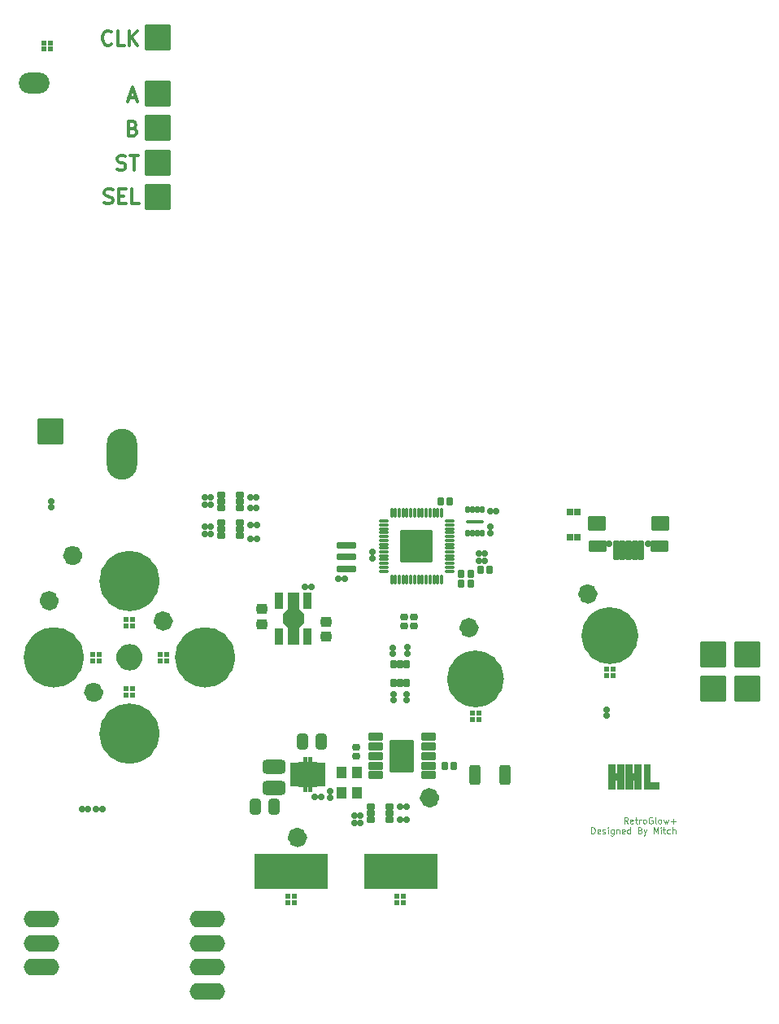
<source format=gbr>
%TF.GenerationSoftware,KiCad,Pcbnew,7.0.6*%
%TF.CreationDate,2024-04-04T16:42:56-07:00*%
%TF.ProjectId,retroglowplus_gbc,72657472-6f67-46c6-9f77-706c75735f67,rev?*%
%TF.SameCoordinates,Original*%
%TF.FileFunction,Soldermask,Top*%
%TF.FilePolarity,Negative*%
%FSLAX46Y46*%
G04 Gerber Fmt 4.6, Leading zero omitted, Abs format (unit mm)*
G04 Created by KiCad (PCBNEW 7.0.6) date 2024-04-04 16:42:56*
%MOMM*%
%LPD*%
G01*
G04 APERTURE LIST*
G04 Aperture macros list*
%AMRoundRect*
0 Rectangle with rounded corners*
0 $1 Rounding radius*
0 $2 $3 $4 $5 $6 $7 $8 $9 X,Y pos of 4 corners*
0 Add a 4 corners polygon primitive as box body*
4,1,4,$2,$3,$4,$5,$6,$7,$8,$9,$2,$3,0*
0 Add four circle primitives for the rounded corners*
1,1,$1+$1,$2,$3*
1,1,$1+$1,$4,$5*
1,1,$1+$1,$6,$7*
1,1,$1+$1,$8,$9*
0 Add four rect primitives between the rounded corners*
20,1,$1+$1,$2,$3,$4,$5,0*
20,1,$1+$1,$4,$5,$6,$7,0*
20,1,$1+$1,$6,$7,$8,$9,0*
20,1,$1+$1,$8,$9,$2,$3,0*%
%AMFreePoly0*
4,1,33,0.458779,1.080902,0.470711,1.070711,0.941422,0.600000,2.600000,0.600000,2.658779,0.580902,2.695106,0.530902,2.700000,0.500000,2.700000,-0.500000,2.680902,-0.558779,2.630902,-0.595106,2.600000,-0.600000,0.941422,-0.600000,0.470711,-1.070711,0.415643,-1.098769,0.400000,-1.100000,-0.400000,-1.100000,-0.458779,-1.080902,-0.470711,-1.070711,-0.941422,-0.600000,-2.600000,-0.600000,
-2.658779,-0.580902,-2.695106,-0.530902,-2.700000,-0.500000,-2.700000,0.500000,-2.680902,0.558779,-2.630902,0.595106,-2.600000,0.600000,-0.941422,0.600000,-0.470711,1.070711,-0.415643,1.098769,-0.400000,1.100000,0.400000,1.100000,0.458779,1.080902,0.458779,1.080902,$1*%
G04 Aperture macros list end*
%ADD10C,1.022946*%
%ADD11C,0.200000*%
%ADD12C,0.300000*%
%ADD13C,0.100000*%
%ADD14C,3.150000*%
%ADD15C,2.956253*%
%ADD16C,0.010000*%
%ADD17C,0.025000*%
%ADD18RoundRect,0.240000X-0.170000X0.140000X-0.170000X-0.140000X0.170000X-0.140000X0.170000X0.140000X0*%
%ADD19O,3.700000X1.750000*%
%ADD20RoundRect,0.240000X0.140000X0.170000X-0.140000X0.170000X-0.140000X-0.170000X0.140000X-0.170000X0*%
%ADD21RoundRect,0.200000X0.130000X0.100000X-0.130000X0.100000X-0.130000X-0.100000X0.130000X-0.100000X0*%
%ADD22RoundRect,0.200000X-0.130000X-0.100000X0.130000X-0.100000X0.130000X0.100000X-0.130000X0.100000X0*%
%ADD23RoundRect,0.240000X-0.140000X-0.170000X0.140000X-0.170000X0.140000X0.170000X-0.140000X0.170000X0*%
%ADD24RoundRect,0.100000X0.325000X0.200000X-0.325000X0.200000X-0.325000X-0.200000X0.325000X-0.200000X0*%
%ADD25RoundRect,0.100000X-1.250000X1.250000X-1.250000X-1.250000X1.250000X-1.250000X1.250000X1.250000X0*%
%ADD26RoundRect,0.100000X-0.650000X-0.300000X0.650000X-0.300000X0.650000X0.300000X-0.650000X0.300000X0*%
%ADD27RoundRect,0.100000X-1.150000X-1.600000X1.150000X-1.600000X1.150000X1.600000X-1.150000X1.600000X0*%
%ADD28C,0.700000*%
%ADD29RoundRect,0.102000X0.200000X0.925000X-0.200000X0.925000X-0.200000X-0.925000X0.200000X-0.925000X0*%
%ADD30RoundRect,0.102000X0.812500X0.450000X-0.812500X0.450000X-0.812500X-0.450000X0.812500X-0.450000X0*%
%ADD31RoundRect,0.102000X0.845000X0.650000X-0.845000X0.650000X-0.845000X-0.650000X0.845000X-0.650000X0*%
%ADD32RoundRect,0.200000X0.100000X-0.130000X0.100000X0.130000X-0.100000X0.130000X-0.100000X-0.130000X0*%
%ADD33O,3.200000X2.200000*%
%ADD34RoundRect,0.100000X-1.250000X-1.250000X1.250000X-1.250000X1.250000X1.250000X-1.250000X1.250000X0*%
%ADD35RoundRect,0.350000X-0.275000X-0.700000X0.275000X-0.700000X0.275000X0.700000X-0.275000X0.700000X0*%
%ADD36RoundRect,0.200000X-0.100000X0.130000X-0.100000X-0.130000X0.100000X-0.130000X0.100000X0.130000X0*%
%ADD37RoundRect,0.100000X-0.150000X0.200000X-0.150000X-0.200000X0.150000X-0.200000X0.150000X0.200000X0*%
%ADD38RoundRect,0.100000X-0.800000X0.100000X-0.800000X-0.100000X0.800000X-0.100000X0.800000X0.100000X0*%
%ADD39RoundRect,0.100000X-0.185000X-0.185000X0.185000X-0.185000X0.185000X0.185000X-0.185000X0.185000X0*%
%ADD40RoundRect,0.100000X-0.950000X0.200000X-0.950000X-0.200000X0.950000X-0.200000X0.950000X0.200000X0*%
%ADD41RoundRect,0.350000X-0.250000X-0.475000X0.250000X-0.475000X0.250000X0.475000X-0.250000X0.475000X0*%
%ADD42O,3.200000X5.300000*%
%ADD43RoundRect,0.350000X0.250000X0.475000X-0.250000X0.475000X-0.250000X-0.475000X0.250000X-0.475000X0*%
%ADD44RoundRect,0.325000X0.250000X-0.225000X0.250000X0.225000X-0.250000X0.225000X-0.250000X-0.225000X0*%
%ADD45RoundRect,0.100000X-0.350000X0.750000X-0.350000X-0.750000X0.350000X-0.750000X0.350000X0.750000X0*%
%ADD46FreePoly0,270.000000*%
%ADD47RoundRect,0.325000X-0.250000X0.225000X-0.250000X-0.225000X0.250000X-0.225000X0.250000X0.225000X0*%
%ADD48RoundRect,0.100000X-0.200000X0.325000X-0.200000X-0.325000X0.200000X-0.325000X0.200000X0.325000X0*%
%ADD49RoundRect,0.100000X-0.250000X-0.275000X0.250000X-0.275000X0.250000X0.275000X-0.250000X0.275000X0*%
%ADD50RoundRect,0.100000X0.250000X0.275000X-0.250000X0.275000X-0.250000X-0.275000X0.250000X-0.275000X0*%
%ADD51RoundRect,0.100000X0.450000X-0.500000X0.450000X0.500000X-0.450000X0.500000X-0.450000X-0.500000X0*%
%ADD52RoundRect,0.150000X-0.050000X0.387500X-0.050000X-0.387500X0.050000X-0.387500X0.050000X0.387500X0*%
%ADD53RoundRect,0.150000X-0.387500X0.050000X-0.387500X-0.050000X0.387500X-0.050000X0.387500X0.050000X0*%
%ADD54RoundRect,0.100000X-1.600000X1.600000X-1.600000X-1.600000X1.600000X-1.600000X1.600000X1.600000X0*%
%ADD55RoundRect,0.350000X0.850000X-0.375000X0.850000X0.375000X-0.850000X0.375000X-0.850000X-0.375000X0*%
G04 APERTURE END LIST*
D10*
X210150421Y-121419369D02*
G75*
G03*
X210150421Y-121419369I-511473J0D01*
G01*
X222020509Y-123525544D02*
G75*
G03*
X222020509Y-123525544I-511473J0D01*
G01*
X235993544Y-146041107D02*
G75*
G03*
X235993544Y-146041107I-511473J0D01*
G01*
X266238261Y-120708386D02*
G75*
G03*
X266238261Y-120708386I-511473J0D01*
G01*
X253866029Y-124224638D02*
G75*
G03*
X253866029Y-124224638I-511473J0D01*
G01*
D11*
X218220008Y-126042850D02*
X218435672Y-126100637D01*
X218638025Y-126194996D01*
X218820918Y-126323059D01*
X218978795Y-126480936D01*
X219106858Y-126663830D01*
X219201217Y-126866182D01*
X219259004Y-127081846D01*
X219278463Y-127304268D01*
X219259004Y-127526690D01*
X219201217Y-127742354D01*
X219106858Y-127944707D01*
X218978795Y-128127600D01*
X218820918Y-128285477D01*
X218638025Y-128413540D01*
X218435672Y-128507899D01*
X218220008Y-128565686D01*
X217997586Y-128585145D01*
X217775164Y-128565686D01*
X217559500Y-128507899D01*
X217357147Y-128413540D01*
X217174254Y-128285477D01*
X217016377Y-128127600D01*
X216888314Y-127944707D01*
X216793955Y-127742354D01*
X216736168Y-127526690D01*
X216716709Y-127304268D01*
X216736168Y-127081846D01*
X216793955Y-126866182D01*
X216888314Y-126663830D01*
X217016377Y-126480936D01*
X217174254Y-126323059D01*
X217357148Y-126194996D01*
X217559500Y-126100637D01*
X217775164Y-126042850D01*
X217997586Y-126023391D01*
X218220008Y-126042850D01*
G36*
X218220008Y-126042850D02*
G01*
X218435672Y-126100637D01*
X218638025Y-126194996D01*
X218820918Y-126323059D01*
X218978795Y-126480936D01*
X219106858Y-126663830D01*
X219201217Y-126866182D01*
X219259004Y-127081846D01*
X219278463Y-127304268D01*
X219259004Y-127526690D01*
X219201217Y-127742354D01*
X219106858Y-127944707D01*
X218978795Y-128127600D01*
X218820918Y-128285477D01*
X218638025Y-128413540D01*
X218435672Y-128507899D01*
X218220008Y-128565686D01*
X217997586Y-128585145D01*
X217775164Y-128565686D01*
X217559500Y-128507899D01*
X217357147Y-128413540D01*
X217174254Y-128285477D01*
X217016377Y-128127600D01*
X216888314Y-127944707D01*
X216793955Y-127742354D01*
X216736168Y-127526690D01*
X216716709Y-127304268D01*
X216736168Y-127081846D01*
X216793955Y-126866182D01*
X216888314Y-126663830D01*
X217016377Y-126480936D01*
X217174254Y-126323059D01*
X217357148Y-126194996D01*
X217559500Y-126100637D01*
X217775164Y-126042850D01*
X217997586Y-126023391D01*
X218220008Y-126042850D01*
G37*
D10*
X212593726Y-116715094D02*
G75*
G03*
X212593726Y-116715094I-511473J0D01*
G01*
X214778600Y-130942607D02*
G75*
G03*
X214778600Y-130942607I-511473J0D01*
G01*
X249749143Y-141912784D02*
G75*
G03*
X249749143Y-141912784I-511473J0D01*
G01*
D12*
X218402310Y-72294114D02*
X218616596Y-72365542D01*
X218616596Y-72365542D02*
X218688025Y-72436971D01*
X218688025Y-72436971D02*
X218759453Y-72579828D01*
X218759453Y-72579828D02*
X218759453Y-72794114D01*
X218759453Y-72794114D02*
X218688025Y-72936971D01*
X218688025Y-72936971D02*
X218616596Y-73008400D01*
X218616596Y-73008400D02*
X218473739Y-73079828D01*
X218473739Y-73079828D02*
X217902310Y-73079828D01*
X217902310Y-73079828D02*
X217902310Y-71579828D01*
X217902310Y-71579828D02*
X218402310Y-71579828D01*
X218402310Y-71579828D02*
X218545168Y-71651257D01*
X218545168Y-71651257D02*
X218616596Y-71722685D01*
X218616596Y-71722685D02*
X218688025Y-71865542D01*
X218688025Y-71865542D02*
X218688025Y-72008400D01*
X218688025Y-72008400D02*
X218616596Y-72151257D01*
X218616596Y-72151257D02*
X218545168Y-72222685D01*
X218545168Y-72222685D02*
X218402310Y-72294114D01*
X218402310Y-72294114D02*
X217902310Y-72294114D01*
X217932482Y-69069857D02*
X218646768Y-69069857D01*
X217789625Y-69498428D02*
X218289625Y-67998428D01*
X218289625Y-67998428D02*
X218789625Y-69498428D01*
X215392482Y-80044200D02*
X215606768Y-80115628D01*
X215606768Y-80115628D02*
X215963910Y-80115628D01*
X215963910Y-80115628D02*
X216106768Y-80044200D01*
X216106768Y-80044200D02*
X216178196Y-79972771D01*
X216178196Y-79972771D02*
X216249625Y-79829914D01*
X216249625Y-79829914D02*
X216249625Y-79687057D01*
X216249625Y-79687057D02*
X216178196Y-79544200D01*
X216178196Y-79544200D02*
X216106768Y-79472771D01*
X216106768Y-79472771D02*
X215963910Y-79401342D01*
X215963910Y-79401342D02*
X215678196Y-79329914D01*
X215678196Y-79329914D02*
X215535339Y-79258485D01*
X215535339Y-79258485D02*
X215463910Y-79187057D01*
X215463910Y-79187057D02*
X215392482Y-79044200D01*
X215392482Y-79044200D02*
X215392482Y-78901342D01*
X215392482Y-78901342D02*
X215463910Y-78758485D01*
X215463910Y-78758485D02*
X215535339Y-78687057D01*
X215535339Y-78687057D02*
X215678196Y-78615628D01*
X215678196Y-78615628D02*
X216035339Y-78615628D01*
X216035339Y-78615628D02*
X216249625Y-78687057D01*
X216892481Y-79329914D02*
X217392481Y-79329914D01*
X217606767Y-80115628D02*
X216892481Y-80115628D01*
X216892481Y-80115628D02*
X216892481Y-78615628D01*
X216892481Y-78615628D02*
X217606767Y-78615628D01*
X218963910Y-80115628D02*
X218249624Y-80115628D01*
X218249624Y-80115628D02*
X218249624Y-78615628D01*
D13*
X269897068Y-144588752D02*
X269680401Y-144279228D01*
X269525639Y-144588752D02*
X269525639Y-143938752D01*
X269525639Y-143938752D02*
X269773258Y-143938752D01*
X269773258Y-143938752D02*
X269835163Y-143969704D01*
X269835163Y-143969704D02*
X269866116Y-144000657D01*
X269866116Y-144000657D02*
X269897068Y-144062561D01*
X269897068Y-144062561D02*
X269897068Y-144155419D01*
X269897068Y-144155419D02*
X269866116Y-144217323D01*
X269866116Y-144217323D02*
X269835163Y-144248276D01*
X269835163Y-144248276D02*
X269773258Y-144279228D01*
X269773258Y-144279228D02*
X269525639Y-144279228D01*
X270423258Y-144557800D02*
X270361354Y-144588752D01*
X270361354Y-144588752D02*
X270237544Y-144588752D01*
X270237544Y-144588752D02*
X270175639Y-144557800D01*
X270175639Y-144557800D02*
X270144687Y-144495895D01*
X270144687Y-144495895D02*
X270144687Y-144248276D01*
X270144687Y-144248276D02*
X270175639Y-144186371D01*
X270175639Y-144186371D02*
X270237544Y-144155419D01*
X270237544Y-144155419D02*
X270361354Y-144155419D01*
X270361354Y-144155419D02*
X270423258Y-144186371D01*
X270423258Y-144186371D02*
X270454211Y-144248276D01*
X270454211Y-144248276D02*
X270454211Y-144310180D01*
X270454211Y-144310180D02*
X270144687Y-144372085D01*
X270639925Y-144155419D02*
X270887544Y-144155419D01*
X270732782Y-143938752D02*
X270732782Y-144495895D01*
X270732782Y-144495895D02*
X270763735Y-144557800D01*
X270763735Y-144557800D02*
X270825640Y-144588752D01*
X270825640Y-144588752D02*
X270887544Y-144588752D01*
X271104211Y-144588752D02*
X271104211Y-144155419D01*
X271104211Y-144279228D02*
X271135164Y-144217323D01*
X271135164Y-144217323D02*
X271166116Y-144186371D01*
X271166116Y-144186371D02*
X271228021Y-144155419D01*
X271228021Y-144155419D02*
X271289926Y-144155419D01*
X271599450Y-144588752D02*
X271537545Y-144557800D01*
X271537545Y-144557800D02*
X271506592Y-144526847D01*
X271506592Y-144526847D02*
X271475640Y-144464942D01*
X271475640Y-144464942D02*
X271475640Y-144279228D01*
X271475640Y-144279228D02*
X271506592Y-144217323D01*
X271506592Y-144217323D02*
X271537545Y-144186371D01*
X271537545Y-144186371D02*
X271599450Y-144155419D01*
X271599450Y-144155419D02*
X271692307Y-144155419D01*
X271692307Y-144155419D02*
X271754211Y-144186371D01*
X271754211Y-144186371D02*
X271785164Y-144217323D01*
X271785164Y-144217323D02*
X271816116Y-144279228D01*
X271816116Y-144279228D02*
X271816116Y-144464942D01*
X271816116Y-144464942D02*
X271785164Y-144526847D01*
X271785164Y-144526847D02*
X271754211Y-144557800D01*
X271754211Y-144557800D02*
X271692307Y-144588752D01*
X271692307Y-144588752D02*
X271599450Y-144588752D01*
X272435164Y-143969704D02*
X272373259Y-143938752D01*
X272373259Y-143938752D02*
X272280402Y-143938752D01*
X272280402Y-143938752D02*
X272187545Y-143969704D01*
X272187545Y-143969704D02*
X272125640Y-144031609D01*
X272125640Y-144031609D02*
X272094687Y-144093514D01*
X272094687Y-144093514D02*
X272063735Y-144217323D01*
X272063735Y-144217323D02*
X272063735Y-144310180D01*
X272063735Y-144310180D02*
X272094687Y-144433990D01*
X272094687Y-144433990D02*
X272125640Y-144495895D01*
X272125640Y-144495895D02*
X272187545Y-144557800D01*
X272187545Y-144557800D02*
X272280402Y-144588752D01*
X272280402Y-144588752D02*
X272342306Y-144588752D01*
X272342306Y-144588752D02*
X272435164Y-144557800D01*
X272435164Y-144557800D02*
X272466116Y-144526847D01*
X272466116Y-144526847D02*
X272466116Y-144310180D01*
X272466116Y-144310180D02*
X272342306Y-144310180D01*
X272837545Y-144588752D02*
X272775640Y-144557800D01*
X272775640Y-144557800D02*
X272744687Y-144495895D01*
X272744687Y-144495895D02*
X272744687Y-143938752D01*
X273178021Y-144588752D02*
X273116116Y-144557800D01*
X273116116Y-144557800D02*
X273085163Y-144526847D01*
X273085163Y-144526847D02*
X273054211Y-144464942D01*
X273054211Y-144464942D02*
X273054211Y-144279228D01*
X273054211Y-144279228D02*
X273085163Y-144217323D01*
X273085163Y-144217323D02*
X273116116Y-144186371D01*
X273116116Y-144186371D02*
X273178021Y-144155419D01*
X273178021Y-144155419D02*
X273270878Y-144155419D01*
X273270878Y-144155419D02*
X273332782Y-144186371D01*
X273332782Y-144186371D02*
X273363735Y-144217323D01*
X273363735Y-144217323D02*
X273394687Y-144279228D01*
X273394687Y-144279228D02*
X273394687Y-144464942D01*
X273394687Y-144464942D02*
X273363735Y-144526847D01*
X273363735Y-144526847D02*
X273332782Y-144557800D01*
X273332782Y-144557800D02*
X273270878Y-144588752D01*
X273270878Y-144588752D02*
X273178021Y-144588752D01*
X273611354Y-144155419D02*
X273735163Y-144588752D01*
X273735163Y-144588752D02*
X273858973Y-144279228D01*
X273858973Y-144279228D02*
X273982782Y-144588752D01*
X273982782Y-144588752D02*
X274106592Y-144155419D01*
X274354210Y-144341133D02*
X274849449Y-144341133D01*
X274601829Y-144588752D02*
X274601829Y-144093514D01*
X266089925Y-145635252D02*
X266089925Y-144985252D01*
X266089925Y-144985252D02*
X266244687Y-144985252D01*
X266244687Y-144985252D02*
X266337544Y-145016204D01*
X266337544Y-145016204D02*
X266399449Y-145078109D01*
X266399449Y-145078109D02*
X266430402Y-145140014D01*
X266430402Y-145140014D02*
X266461354Y-145263823D01*
X266461354Y-145263823D02*
X266461354Y-145356680D01*
X266461354Y-145356680D02*
X266430402Y-145480490D01*
X266430402Y-145480490D02*
X266399449Y-145542395D01*
X266399449Y-145542395D02*
X266337544Y-145604300D01*
X266337544Y-145604300D02*
X266244687Y-145635252D01*
X266244687Y-145635252D02*
X266089925Y-145635252D01*
X266987544Y-145604300D02*
X266925640Y-145635252D01*
X266925640Y-145635252D02*
X266801830Y-145635252D01*
X266801830Y-145635252D02*
X266739925Y-145604300D01*
X266739925Y-145604300D02*
X266708973Y-145542395D01*
X266708973Y-145542395D02*
X266708973Y-145294776D01*
X266708973Y-145294776D02*
X266739925Y-145232871D01*
X266739925Y-145232871D02*
X266801830Y-145201919D01*
X266801830Y-145201919D02*
X266925640Y-145201919D01*
X266925640Y-145201919D02*
X266987544Y-145232871D01*
X266987544Y-145232871D02*
X267018497Y-145294776D01*
X267018497Y-145294776D02*
X267018497Y-145356680D01*
X267018497Y-145356680D02*
X266708973Y-145418585D01*
X267266116Y-145604300D02*
X267328021Y-145635252D01*
X267328021Y-145635252D02*
X267451830Y-145635252D01*
X267451830Y-145635252D02*
X267513735Y-145604300D01*
X267513735Y-145604300D02*
X267544687Y-145542395D01*
X267544687Y-145542395D02*
X267544687Y-145511442D01*
X267544687Y-145511442D02*
X267513735Y-145449538D01*
X267513735Y-145449538D02*
X267451830Y-145418585D01*
X267451830Y-145418585D02*
X267358973Y-145418585D01*
X267358973Y-145418585D02*
X267297068Y-145387633D01*
X267297068Y-145387633D02*
X267266116Y-145325728D01*
X267266116Y-145325728D02*
X267266116Y-145294776D01*
X267266116Y-145294776D02*
X267297068Y-145232871D01*
X267297068Y-145232871D02*
X267358973Y-145201919D01*
X267358973Y-145201919D02*
X267451830Y-145201919D01*
X267451830Y-145201919D02*
X267513735Y-145232871D01*
X267823258Y-145635252D02*
X267823258Y-145201919D01*
X267823258Y-144985252D02*
X267792306Y-145016204D01*
X267792306Y-145016204D02*
X267823258Y-145047157D01*
X267823258Y-145047157D02*
X267854211Y-145016204D01*
X267854211Y-145016204D02*
X267823258Y-144985252D01*
X267823258Y-144985252D02*
X267823258Y-145047157D01*
X268411354Y-145201919D02*
X268411354Y-145728109D01*
X268411354Y-145728109D02*
X268380401Y-145790014D01*
X268380401Y-145790014D02*
X268349449Y-145820966D01*
X268349449Y-145820966D02*
X268287544Y-145851919D01*
X268287544Y-145851919D02*
X268194687Y-145851919D01*
X268194687Y-145851919D02*
X268132782Y-145820966D01*
X268411354Y-145604300D02*
X268349449Y-145635252D01*
X268349449Y-145635252D02*
X268225640Y-145635252D01*
X268225640Y-145635252D02*
X268163735Y-145604300D01*
X268163735Y-145604300D02*
X268132782Y-145573347D01*
X268132782Y-145573347D02*
X268101830Y-145511442D01*
X268101830Y-145511442D02*
X268101830Y-145325728D01*
X268101830Y-145325728D02*
X268132782Y-145263823D01*
X268132782Y-145263823D02*
X268163735Y-145232871D01*
X268163735Y-145232871D02*
X268225640Y-145201919D01*
X268225640Y-145201919D02*
X268349449Y-145201919D01*
X268349449Y-145201919D02*
X268411354Y-145232871D01*
X268720877Y-145201919D02*
X268720877Y-145635252D01*
X268720877Y-145263823D02*
X268751830Y-145232871D01*
X268751830Y-145232871D02*
X268813735Y-145201919D01*
X268813735Y-145201919D02*
X268906592Y-145201919D01*
X268906592Y-145201919D02*
X268968496Y-145232871D01*
X268968496Y-145232871D02*
X268999449Y-145294776D01*
X268999449Y-145294776D02*
X268999449Y-145635252D01*
X269556591Y-145604300D02*
X269494687Y-145635252D01*
X269494687Y-145635252D02*
X269370877Y-145635252D01*
X269370877Y-145635252D02*
X269308972Y-145604300D01*
X269308972Y-145604300D02*
X269278020Y-145542395D01*
X269278020Y-145542395D02*
X269278020Y-145294776D01*
X269278020Y-145294776D02*
X269308972Y-145232871D01*
X269308972Y-145232871D02*
X269370877Y-145201919D01*
X269370877Y-145201919D02*
X269494687Y-145201919D01*
X269494687Y-145201919D02*
X269556591Y-145232871D01*
X269556591Y-145232871D02*
X269587544Y-145294776D01*
X269587544Y-145294776D02*
X269587544Y-145356680D01*
X269587544Y-145356680D02*
X269278020Y-145418585D01*
X270144687Y-145635252D02*
X270144687Y-144985252D01*
X270144687Y-145604300D02*
X270082782Y-145635252D01*
X270082782Y-145635252D02*
X269958973Y-145635252D01*
X269958973Y-145635252D02*
X269897068Y-145604300D01*
X269897068Y-145604300D02*
X269866115Y-145573347D01*
X269866115Y-145573347D02*
X269835163Y-145511442D01*
X269835163Y-145511442D02*
X269835163Y-145325728D01*
X269835163Y-145325728D02*
X269866115Y-145263823D01*
X269866115Y-145263823D02*
X269897068Y-145232871D01*
X269897068Y-145232871D02*
X269958973Y-145201919D01*
X269958973Y-145201919D02*
X270082782Y-145201919D01*
X270082782Y-145201919D02*
X270144687Y-145232871D01*
X271166115Y-145294776D02*
X271258972Y-145325728D01*
X271258972Y-145325728D02*
X271289925Y-145356680D01*
X271289925Y-145356680D02*
X271320877Y-145418585D01*
X271320877Y-145418585D02*
X271320877Y-145511442D01*
X271320877Y-145511442D02*
X271289925Y-145573347D01*
X271289925Y-145573347D02*
X271258972Y-145604300D01*
X271258972Y-145604300D02*
X271197067Y-145635252D01*
X271197067Y-145635252D02*
X270949448Y-145635252D01*
X270949448Y-145635252D02*
X270949448Y-144985252D01*
X270949448Y-144985252D02*
X271166115Y-144985252D01*
X271166115Y-144985252D02*
X271228020Y-145016204D01*
X271228020Y-145016204D02*
X271258972Y-145047157D01*
X271258972Y-145047157D02*
X271289925Y-145109061D01*
X271289925Y-145109061D02*
X271289925Y-145170966D01*
X271289925Y-145170966D02*
X271258972Y-145232871D01*
X271258972Y-145232871D02*
X271228020Y-145263823D01*
X271228020Y-145263823D02*
X271166115Y-145294776D01*
X271166115Y-145294776D02*
X270949448Y-145294776D01*
X271537544Y-145201919D02*
X271692306Y-145635252D01*
X271847067Y-145201919D02*
X271692306Y-145635252D01*
X271692306Y-145635252D02*
X271630401Y-145790014D01*
X271630401Y-145790014D02*
X271599448Y-145820966D01*
X271599448Y-145820966D02*
X271537544Y-145851919D01*
X272589924Y-145635252D02*
X272589924Y-144985252D01*
X272589924Y-144985252D02*
X272806591Y-145449538D01*
X272806591Y-145449538D02*
X273023258Y-144985252D01*
X273023258Y-144985252D02*
X273023258Y-145635252D01*
X273332781Y-145635252D02*
X273332781Y-145201919D01*
X273332781Y-144985252D02*
X273301829Y-145016204D01*
X273301829Y-145016204D02*
X273332781Y-145047157D01*
X273332781Y-145047157D02*
X273363734Y-145016204D01*
X273363734Y-145016204D02*
X273332781Y-144985252D01*
X273332781Y-144985252D02*
X273332781Y-145047157D01*
X273549448Y-145201919D02*
X273797067Y-145201919D01*
X273642305Y-144985252D02*
X273642305Y-145542395D01*
X273642305Y-145542395D02*
X273673258Y-145604300D01*
X273673258Y-145604300D02*
X273735163Y-145635252D01*
X273735163Y-145635252D02*
X273797067Y-145635252D01*
X274292306Y-145604300D02*
X274230401Y-145635252D01*
X274230401Y-145635252D02*
X274106592Y-145635252D01*
X274106592Y-145635252D02*
X274044687Y-145604300D01*
X274044687Y-145604300D02*
X274013734Y-145573347D01*
X274013734Y-145573347D02*
X273982782Y-145511442D01*
X273982782Y-145511442D02*
X273982782Y-145325728D01*
X273982782Y-145325728D02*
X274013734Y-145263823D01*
X274013734Y-145263823D02*
X274044687Y-145232871D01*
X274044687Y-145232871D02*
X274106592Y-145201919D01*
X274106592Y-145201919D02*
X274230401Y-145201919D01*
X274230401Y-145201919D02*
X274292306Y-145232871D01*
X274570877Y-145635252D02*
X274570877Y-144985252D01*
X274849449Y-145635252D02*
X274849449Y-145294776D01*
X274849449Y-145294776D02*
X274818496Y-145232871D01*
X274818496Y-145232871D02*
X274756592Y-145201919D01*
X274756592Y-145201919D02*
X274663735Y-145201919D01*
X274663735Y-145201919D02*
X274601830Y-145232871D01*
X274601830Y-145232871D02*
X274570877Y-145263823D01*
D12*
X216117853Y-63488171D02*
X216046425Y-63559600D01*
X216046425Y-63559600D02*
X215832139Y-63631028D01*
X215832139Y-63631028D02*
X215689282Y-63631028D01*
X215689282Y-63631028D02*
X215474996Y-63559600D01*
X215474996Y-63559600D02*
X215332139Y-63416742D01*
X215332139Y-63416742D02*
X215260710Y-63273885D01*
X215260710Y-63273885D02*
X215189282Y-62988171D01*
X215189282Y-62988171D02*
X215189282Y-62773885D01*
X215189282Y-62773885D02*
X215260710Y-62488171D01*
X215260710Y-62488171D02*
X215332139Y-62345314D01*
X215332139Y-62345314D02*
X215474996Y-62202457D01*
X215474996Y-62202457D02*
X215689282Y-62131028D01*
X215689282Y-62131028D02*
X215832139Y-62131028D01*
X215832139Y-62131028D02*
X216046425Y-62202457D01*
X216046425Y-62202457D02*
X216117853Y-62273885D01*
X217474996Y-63631028D02*
X216760710Y-63631028D01*
X216760710Y-63631028D02*
X216760710Y-62131028D01*
X217974996Y-63631028D02*
X217974996Y-62131028D01*
X218832139Y-63631028D02*
X218189282Y-62773885D01*
X218832139Y-62131028D02*
X217974996Y-62988171D01*
X216738682Y-76539000D02*
X216952968Y-76610428D01*
X216952968Y-76610428D02*
X217310110Y-76610428D01*
X217310110Y-76610428D02*
X217452968Y-76539000D01*
X217452968Y-76539000D02*
X217524396Y-76467571D01*
X217524396Y-76467571D02*
X217595825Y-76324714D01*
X217595825Y-76324714D02*
X217595825Y-76181857D01*
X217595825Y-76181857D02*
X217524396Y-76039000D01*
X217524396Y-76039000D02*
X217452968Y-75967571D01*
X217452968Y-75967571D02*
X217310110Y-75896142D01*
X217310110Y-75896142D02*
X217024396Y-75824714D01*
X217024396Y-75824714D02*
X216881539Y-75753285D01*
X216881539Y-75753285D02*
X216810110Y-75681857D01*
X216810110Y-75681857D02*
X216738682Y-75539000D01*
X216738682Y-75539000D02*
X216738682Y-75396142D01*
X216738682Y-75396142D02*
X216810110Y-75253285D01*
X216810110Y-75253285D02*
X216881539Y-75181857D01*
X216881539Y-75181857D02*
X217024396Y-75110428D01*
X217024396Y-75110428D02*
X217381539Y-75110428D01*
X217381539Y-75110428D02*
X217595825Y-75181857D01*
X218024396Y-75110428D02*
X218881539Y-75110428D01*
X218452967Y-76610428D02*
X218452967Y-75110428D01*
%TO.C,SWSTART1*%
D13*
X249993400Y-151314900D02*
X242424200Y-151314900D01*
X242424200Y-147708100D01*
X249993400Y-147708100D01*
X249993400Y-151314900D01*
G36*
X249993400Y-151314900D02*
G01*
X242424200Y-151314900D01*
X242424200Y-147708100D01*
X249993400Y-147708100D01*
X249993400Y-151314900D01*
G37*
%TO.C,SWDD1*%
D14*
X219572500Y-135241500D02*
G75*
G03*
X219572500Y-135241500I-1575000J0D01*
G01*
%TO.C,SWSEL1*%
D13*
X238593400Y-151314900D02*
X231024200Y-151314900D01*
X231024200Y-147708100D01*
X238593400Y-147708100D01*
X238593400Y-151314900D01*
G36*
X238593400Y-151314900D02*
G01*
X231024200Y-151314900D01*
X231024200Y-147708100D01*
X238593400Y-147708100D01*
X238593400Y-151314900D01*
G37*
%TO.C,SWA1*%
D15*
X269495726Y-125047000D02*
G75*
G03*
X269495726Y-125047000I-1478126J0D01*
G01*
%TO.C,SWDR1*%
D14*
X227447500Y-127304000D02*
G75*
G03*
X227447500Y-127304000I-1575000J0D01*
G01*
%TO.C,SWB1*%
D15*
X255503126Y-129549600D02*
G75*
G03*
X255503126Y-129549600I-1478126J0D01*
G01*
%TO.C,U5*%
D16*
X235491800Y-138669400D02*
X234751800Y-138669400D01*
X234751800Y-138289400D01*
X235491800Y-138289400D01*
X235491800Y-138669400D01*
G36*
X235491800Y-138669400D02*
G01*
X234751800Y-138669400D01*
X234751800Y-138289400D01*
X235491800Y-138289400D01*
X235491800Y-138669400D01*
G37*
X235491800Y-139169400D02*
X234751800Y-139169400D01*
X234751800Y-138789400D01*
X235491800Y-138789400D01*
X235491800Y-139169400D01*
G36*
X235491800Y-139169400D02*
G01*
X234751800Y-139169400D01*
X234751800Y-138789400D01*
X235491800Y-138789400D01*
X235491800Y-139169400D01*
G37*
X235491800Y-139669400D02*
X234751800Y-139669400D01*
X234751800Y-139289400D01*
X235491800Y-139289400D01*
X235491800Y-139669400D01*
G36*
X235491800Y-139669400D02*
G01*
X234751800Y-139669400D01*
X234751800Y-139289400D01*
X235491800Y-139289400D01*
X235491800Y-139669400D01*
G37*
X235491800Y-140169400D02*
X234751800Y-140169400D01*
X234751800Y-139789400D01*
X235491800Y-139789400D01*
X235491800Y-140169400D01*
G36*
X235491800Y-140169400D02*
G01*
X234751800Y-140169400D01*
X234751800Y-139789400D01*
X235491800Y-139789400D01*
X235491800Y-140169400D01*
G37*
X235491800Y-140669400D02*
X234751800Y-140669400D01*
X234751800Y-140289400D01*
X235491800Y-140289400D01*
X235491800Y-140669400D01*
G36*
X235491800Y-140669400D02*
G01*
X234751800Y-140669400D01*
X234751800Y-140289400D01*
X235491800Y-140289400D01*
X235491800Y-140669400D01*
G37*
X238291800Y-138669400D02*
X237551800Y-138669400D01*
X237551800Y-138289400D01*
X238291800Y-138289400D01*
X238291800Y-138669400D01*
G36*
X238291800Y-138669400D02*
G01*
X237551800Y-138669400D01*
X237551800Y-138289400D01*
X238291800Y-138289400D01*
X238291800Y-138669400D01*
G37*
X238291800Y-139169400D02*
X237551800Y-139169400D01*
X237551800Y-138789400D01*
X238291800Y-138789400D01*
X238291800Y-139169400D01*
G36*
X238291800Y-139169400D02*
G01*
X237551800Y-139169400D01*
X237551800Y-138789400D01*
X238291800Y-138789400D01*
X238291800Y-139169400D01*
G37*
X238291800Y-139669400D02*
X237551800Y-139669400D01*
X237551800Y-139289400D01*
X238291800Y-139289400D01*
X238291800Y-139669400D01*
G36*
X238291800Y-139669400D02*
G01*
X237551800Y-139669400D01*
X237551800Y-139289400D01*
X238291800Y-139289400D01*
X238291800Y-139669400D01*
G37*
X238291800Y-140169400D02*
X237551800Y-140169400D01*
X237551800Y-139789400D01*
X238291800Y-139789400D01*
X238291800Y-140169400D01*
G36*
X238291800Y-140169400D02*
G01*
X237551800Y-140169400D01*
X237551800Y-139789400D01*
X238291800Y-139789400D01*
X238291800Y-140169400D01*
G37*
X238291800Y-140669400D02*
X237551800Y-140669400D01*
X237551800Y-140289400D01*
X238291800Y-140289400D01*
X238291800Y-140669400D01*
G36*
X238291800Y-140669400D02*
G01*
X237551800Y-140669400D01*
X237551800Y-140289400D01*
X238291800Y-140289400D01*
X238291800Y-140669400D01*
G37*
X236466800Y-138209400D02*
X236576800Y-138209400D01*
X236576800Y-137709400D01*
X236966800Y-137709400D01*
X236966800Y-138209400D01*
X237416800Y-138209400D01*
X237416800Y-140749400D01*
X236966800Y-140749400D01*
X236966800Y-141249400D01*
X236576800Y-141249400D01*
X236576800Y-140749400D01*
X236466800Y-140749400D01*
X236466800Y-141249400D01*
X236076800Y-141249400D01*
X236076800Y-140749400D01*
X235626800Y-140749400D01*
X235626800Y-138209400D01*
X236076800Y-138209400D01*
X236076800Y-137709400D01*
X236466800Y-137709400D01*
X236466800Y-138209400D01*
G36*
X236466800Y-138209400D02*
G01*
X236576800Y-138209400D01*
X236576800Y-137709400D01*
X236966800Y-137709400D01*
X236966800Y-138209400D01*
X237416800Y-138209400D01*
X237416800Y-140749400D01*
X236966800Y-140749400D01*
X236966800Y-141249400D01*
X236576800Y-141249400D01*
X236576800Y-140749400D01*
X236466800Y-140749400D01*
X236466800Y-141249400D01*
X236076800Y-141249400D01*
X236076800Y-140749400D01*
X235626800Y-140749400D01*
X235626800Y-138209400D01*
X236076800Y-138209400D01*
X236076800Y-137709400D01*
X236466800Y-137709400D01*
X236466800Y-138209400D01*
G37*
%TO.C,SWDU1*%
D14*
X219572500Y-119366500D02*
G75*
G03*
X219572500Y-119366500I-1575000J0D01*
G01*
%TO.C,SWDL1*%
X211697500Y-127304000D02*
G75*
G03*
X211697500Y-127304000I-1575000J0D01*
G01*
%TO.C,LOGO*%
D17*
X272186400Y-140332898D02*
X273140355Y-140332898D01*
X273140355Y-141002267D01*
X271553741Y-141002267D01*
X271553741Y-138449095D01*
X272186400Y-138449095D01*
X272186400Y-140332898D01*
G36*
X272186400Y-140332898D02*
G01*
X273140355Y-140332898D01*
X273140355Y-141002267D01*
X271553741Y-141002267D01*
X271553741Y-138449095D01*
X272186400Y-138449095D01*
X272186400Y-140332898D01*
G37*
X269420266Y-141002267D02*
X268739405Y-141002267D01*
X268739405Y-140034145D01*
X268499749Y-140034145D01*
X268499749Y-141002267D01*
X267814449Y-141002267D01*
X267814449Y-138449615D01*
X268497463Y-138449095D01*
X268497463Y-139371897D01*
X268739405Y-139371897D01*
X268739405Y-138449095D01*
X269420266Y-138449095D01*
X269420266Y-141002267D01*
G36*
X269420266Y-141002267D02*
G01*
X268739405Y-141002267D01*
X268739405Y-140034145D01*
X268499749Y-140034145D01*
X268499749Y-141002267D01*
X267814449Y-141002267D01*
X267814449Y-138449615D01*
X268497463Y-138449095D01*
X268497463Y-139371897D01*
X268739405Y-139371897D01*
X268739405Y-138449095D01*
X269420266Y-138449095D01*
X269420266Y-141002267D01*
G37*
X271270266Y-141002267D02*
X270589405Y-141002267D01*
X270589405Y-140034145D01*
X270349749Y-140034145D01*
X270349749Y-141002267D01*
X269664449Y-141002267D01*
X269664449Y-138449615D01*
X270347463Y-138449095D01*
X270347463Y-139371897D01*
X270589405Y-139371897D01*
X270589405Y-138449095D01*
X271270266Y-138449095D01*
X271270266Y-141002267D01*
G36*
X271270266Y-141002267D02*
G01*
X270589405Y-141002267D01*
X270589405Y-140034145D01*
X270349749Y-140034145D01*
X270349749Y-141002267D01*
X269664449Y-141002267D01*
X269664449Y-138449615D01*
X270347463Y-138449095D01*
X270347463Y-139371897D01*
X270589405Y-139371897D01*
X270589405Y-138449095D01*
X271270266Y-138449095D01*
X271270266Y-141002267D01*
G37*
%TD*%
D18*
%TO.C,C5*%
X246634400Y-123095000D03*
X246634400Y-124055000D03*
%TD*%
D19*
%TO.C,G3*%
X208811100Y-159531000D03*
%TD*%
D20*
%TO.C,C6*%
X253505000Y-119600000D03*
X252545000Y-119600000D03*
%TD*%
D21*
%TO.C,R16*%
X246835800Y-142862600D03*
X246195800Y-142862600D03*
%TD*%
D22*
%TO.C,R25*%
X213060000Y-143050000D03*
X213700000Y-143050000D03*
%TD*%
D23*
%TO.C,C10*%
X250802200Y-138582400D03*
X251762200Y-138582400D03*
%TD*%
D21*
%TO.C,R12*%
X231220000Y-110690000D03*
X230580000Y-110690000D03*
%TD*%
D24*
%TO.C,Q3*%
X229484000Y-114604800D03*
X229484000Y-113954800D03*
X229484000Y-113304800D03*
X227584000Y-113304800D03*
X227584000Y-113954800D03*
X227584000Y-114604800D03*
%TD*%
D25*
%TO.C,TP13*%
X278765000Y-130556000D03*
%TD*%
D22*
%TO.C,R22*%
X225840000Y-113680000D03*
X226480000Y-113680000D03*
%TD*%
D26*
%TO.C,U3*%
X243604600Y-135566400D03*
X243604600Y-136566400D03*
X243604600Y-137566400D03*
X243604600Y-138566400D03*
X243604600Y-139566400D03*
X249104600Y-139566400D03*
X249104600Y-138566400D03*
X249104600Y-137566400D03*
X249104600Y-136566400D03*
X249104600Y-135566400D03*
D27*
X246354600Y-137566400D03*
%TD*%
D22*
%TO.C,R23*%
X241400000Y-144570000D03*
X242040000Y-144570000D03*
%TD*%
D28*
%TO.C,J1*%
X271976600Y-115523100D03*
X267976600Y-115523100D03*
D29*
X271276600Y-116208100D03*
X270626600Y-116208100D03*
X269976600Y-116208100D03*
X269326600Y-116208100D03*
X268676600Y-116208100D03*
D30*
X273189100Y-115733100D03*
X266764100Y-115733100D03*
D31*
X273246600Y-113373100D03*
X266706600Y-113373100D03*
%TD*%
D32*
%TO.C,C2*%
X255531800Y-114367500D03*
X255531800Y-113727500D03*
%TD*%
%TO.C,R17*%
X246873000Y-131749800D03*
X246873000Y-131109800D03*
%TD*%
D19*
%TO.C,NC4*%
X208811100Y-157031000D03*
%TD*%
D20*
%TO.C,C7*%
X251355000Y-111074200D03*
X250395000Y-111074200D03*
%TD*%
D22*
%TO.C,R21*%
X225840000Y-114450000D03*
X226480000Y-114450000D03*
%TD*%
D33*
%TO.C,G2*%
X208051400Y-67564000D03*
%TD*%
D19*
%TO.C,NC3*%
X226111100Y-162031000D03*
%TD*%
D22*
%TO.C,R8*%
X237288800Y-141833600D03*
X237928800Y-141833600D03*
%TD*%
%TO.C,R19*%
X225830000Y-111430000D03*
X226470000Y-111430000D03*
%TD*%
D32*
%TO.C,R18*%
X245476000Y-131749800D03*
X245476000Y-131109800D03*
%TD*%
D18*
%TO.C,C8*%
X241615000Y-136622600D03*
X241615000Y-137582600D03*
%TD*%
D34*
%TO.C,TP9*%
X220903800Y-62839600D03*
%TD*%
D35*
%TO.C,AE1*%
X253959200Y-139566400D03*
X257109200Y-139566400D03*
%TD*%
D34*
%TO.C,TP1*%
X220954600Y-68681600D03*
%TD*%
D21*
%TO.C,R2*%
X254996200Y-116505500D03*
X254356200Y-116505500D03*
%TD*%
D19*
%TO.C,BAT1*%
X208811100Y-154531000D03*
%TD*%
%TO.C,NC2*%
X226111100Y-159531000D03*
%TD*%
D36*
%TO.C,R1*%
X243275000Y-116375000D03*
X243275000Y-117015000D03*
%TD*%
D32*
%TO.C,R7*%
X267675000Y-133370000D03*
X267675000Y-132730000D03*
%TD*%
D34*
%TO.C,TP8*%
X220954600Y-75844400D03*
%TD*%
D37*
%TO.C,U1*%
X254728400Y-111964700D03*
X254228400Y-111964700D03*
X253728400Y-111964700D03*
X253228400Y-111964700D03*
X253228400Y-114364700D03*
X253728400Y-114364700D03*
X254228400Y-114364700D03*
X254728400Y-114364700D03*
D38*
X253978400Y-113164700D03*
%TD*%
D25*
%TO.C,TP11*%
X282346400Y-126974600D03*
%TD*%
D34*
%TO.C,TP2*%
X220954600Y-72263000D03*
%TD*%
D39*
%TO.C,L5*%
X245873800Y-152846500D03*
X246543800Y-152846500D03*
X246543800Y-152176500D03*
X245873800Y-152176500D03*
%TD*%
D40*
%TO.C,Y1*%
X240600000Y-115680000D03*
X240600000Y-116880000D03*
X240600000Y-118080000D03*
%TD*%
D24*
%TO.C,Q4*%
X245054200Y-144170400D03*
X245054200Y-143520400D03*
X245054200Y-142870400D03*
X243154200Y-142870400D03*
X243154200Y-143520400D03*
X243154200Y-144170400D03*
%TD*%
%TO.C,Q2*%
X229484000Y-111734600D03*
X229484000Y-111084600D03*
X229484000Y-110434600D03*
X227584000Y-110434600D03*
X227584000Y-111084600D03*
X227584000Y-111734600D03*
%TD*%
D20*
%TO.C,C1*%
X255530000Y-118175000D03*
X254570000Y-118175000D03*
%TD*%
D41*
%TO.C,C12*%
X231121600Y-142832200D03*
X233021600Y-142832200D03*
%TD*%
D19*
%TO.C,NC1*%
X226111100Y-157031000D03*
%TD*%
D39*
%TO.C,L9*%
X209126400Y-64053000D03*
X209796400Y-64053000D03*
X209796400Y-63383000D03*
X209126400Y-63383000D03*
%TD*%
D19*
%TO.C,VOUT1*%
X226111100Y-154531000D03*
%TD*%
D32*
%TO.C,R27*%
X209850000Y-111710000D03*
X209850000Y-111070000D03*
%TD*%
D42*
%TO.C,G1*%
X217212300Y-106146600D03*
%TD*%
D39*
%TO.C,L1*%
X267682600Y-129232000D03*
X268352600Y-129232000D03*
X268352600Y-128562000D03*
X267682600Y-128562000D03*
%TD*%
D43*
%TO.C,C14*%
X237923800Y-136050400D03*
X236023800Y-136050400D03*
%TD*%
D39*
%TO.C,L6*%
X221187500Y-127639000D03*
X221857500Y-127639000D03*
X221857500Y-126969000D03*
X221187500Y-126969000D03*
%TD*%
D44*
%TO.C,C9*%
X238510000Y-125135000D03*
X238510000Y-123585000D03*
%TD*%
D18*
%TO.C,C4*%
X247625000Y-123095000D03*
X247625000Y-124055000D03*
%TD*%
D22*
%TO.C,R20*%
X225830000Y-110660000D03*
X226470000Y-110660000D03*
%TD*%
D45*
%TO.C,U4*%
X236560000Y-121450000D03*
D46*
X235060000Y-123300000D03*
D45*
X233560000Y-121450000D03*
X233560000Y-125150000D03*
X236560000Y-125150000D03*
%TD*%
D36*
%TO.C,C13*%
X238912400Y-141259600D03*
X238912400Y-141899600D03*
%TD*%
D47*
%TO.C,C11*%
X231740000Y-122295000D03*
X231740000Y-123845000D03*
%TD*%
D36*
%TO.C,R9*%
X246923800Y-126258400D03*
X246923800Y-126898400D03*
%TD*%
D21*
%TO.C,R3*%
X254996200Y-117292900D03*
X254356200Y-117292900D03*
%TD*%
D39*
%TO.C,L4*%
X217662500Y-124051500D03*
X218332500Y-124051500D03*
X218332500Y-123381500D03*
X217662500Y-123381500D03*
%TD*%
D25*
%TO.C,TP12*%
X278765000Y-126974600D03*
%TD*%
D48*
%TO.C,Q1*%
X246837200Y-128041400D03*
X246187200Y-128041400D03*
X245537200Y-128041400D03*
X245537200Y-129941400D03*
X246187200Y-129941400D03*
X246837200Y-129941400D03*
%TD*%
D22*
%TO.C,R5*%
X239740000Y-119140000D03*
X240380000Y-119140000D03*
%TD*%
%TO.C,R24*%
X241394800Y-143796600D03*
X242034800Y-143796600D03*
%TD*%
D39*
%TO.C,L3*%
X253690000Y-133734600D03*
X254360000Y-133734600D03*
X254360000Y-133064600D03*
X253690000Y-133064600D03*
%TD*%
%TO.C,L8*%
X217662500Y-131226500D03*
X218332500Y-131226500D03*
X218332500Y-130556500D03*
X217662500Y-130556500D03*
%TD*%
D21*
%TO.C,R13*%
X231256800Y-115011200D03*
X230616800Y-115011200D03*
%TD*%
D39*
%TO.C,L7*%
X234473800Y-152846500D03*
X235143800Y-152846500D03*
X235143800Y-152176500D03*
X234473800Y-152176500D03*
%TD*%
D23*
%TO.C,C3*%
X252545000Y-118584000D03*
X253505000Y-118584000D03*
%TD*%
D34*
%TO.C,TP3*%
X209804000Y-103809800D03*
%TD*%
D49*
%TO.C,SW1*%
X263836200Y-114812200D03*
X264636200Y-114812200D03*
X263836200Y-112162200D03*
D50*
X264636200Y-112162200D03*
%TD*%
D22*
%TO.C,R26*%
X214528000Y-143050000D03*
X215168000Y-143050000D03*
%TD*%
D21*
%TO.C,R14*%
X231250000Y-113570000D03*
X230610000Y-113570000D03*
%TD*%
D51*
%TO.C,Y2*%
X241668600Y-141427200D03*
X241668600Y-139277200D03*
X240118600Y-139277200D03*
X240118600Y-141427200D03*
%TD*%
D36*
%TO.C,R10*%
X245450600Y-126283800D03*
X245450600Y-126923800D03*
%TD*%
D34*
%TO.C,TP7*%
X220954600Y-79425800D03*
%TD*%
D52*
%TO.C,U2*%
X250491200Y-112297500D03*
X250091200Y-112297500D03*
X249691200Y-112297500D03*
X249291200Y-112297500D03*
X248891200Y-112297500D03*
X248491200Y-112297500D03*
X248091200Y-112297500D03*
X247691200Y-112297500D03*
X247291200Y-112297500D03*
X246891200Y-112297500D03*
X246491200Y-112297500D03*
X246091200Y-112297500D03*
X245691200Y-112297500D03*
X245291200Y-112297500D03*
D53*
X244453700Y-113135000D03*
X244453700Y-113535000D03*
X244453700Y-113935000D03*
X244453700Y-114335000D03*
X244453700Y-114735000D03*
X244453700Y-115135000D03*
X244453700Y-115535000D03*
X244453700Y-115935000D03*
X244453700Y-116335000D03*
X244453700Y-116735000D03*
X244453700Y-117135000D03*
X244453700Y-117535000D03*
X244453700Y-117935000D03*
X244453700Y-118335000D03*
D52*
X245291200Y-119172500D03*
X245691200Y-119172500D03*
X246091200Y-119172500D03*
X246491200Y-119172500D03*
X246891200Y-119172500D03*
X247291200Y-119172500D03*
X247691200Y-119172500D03*
X248091200Y-119172500D03*
X248491200Y-119172500D03*
X248891200Y-119172500D03*
X249291200Y-119172500D03*
X249691200Y-119172500D03*
X250091200Y-119172500D03*
X250491200Y-119172500D03*
D53*
X251328700Y-118335000D03*
X251328700Y-117935000D03*
X251328700Y-117535000D03*
X251328700Y-117135000D03*
X251328700Y-116735000D03*
X251328700Y-116335000D03*
X251328700Y-115935000D03*
X251328700Y-115535000D03*
X251328700Y-115135000D03*
X251328700Y-114735000D03*
X251328700Y-114335000D03*
X251328700Y-113935000D03*
X251328700Y-113535000D03*
X251328700Y-113135000D03*
D54*
X247891200Y-115735000D03*
%TD*%
D21*
%TO.C,R4*%
X256207400Y-112066300D03*
X255567400Y-112066300D03*
%TD*%
D25*
%TO.C,TP10*%
X282346400Y-130581400D03*
%TD*%
D39*
%TO.C,L2*%
X214137500Y-127639000D03*
X214807500Y-127639000D03*
X214807500Y-126969000D03*
X214137500Y-126969000D03*
%TD*%
D21*
%TO.C,R6*%
X236940000Y-119990000D03*
X236300000Y-119990000D03*
%TD*%
%TO.C,R15*%
X246835800Y-144183400D03*
X246195800Y-144183400D03*
%TD*%
%TO.C,R11*%
X231220000Y-111800000D03*
X230580000Y-111800000D03*
%TD*%
D55*
%TO.C,I1*%
X233019600Y-140876600D03*
X233019600Y-138726600D03*
%TD*%
M02*

</source>
